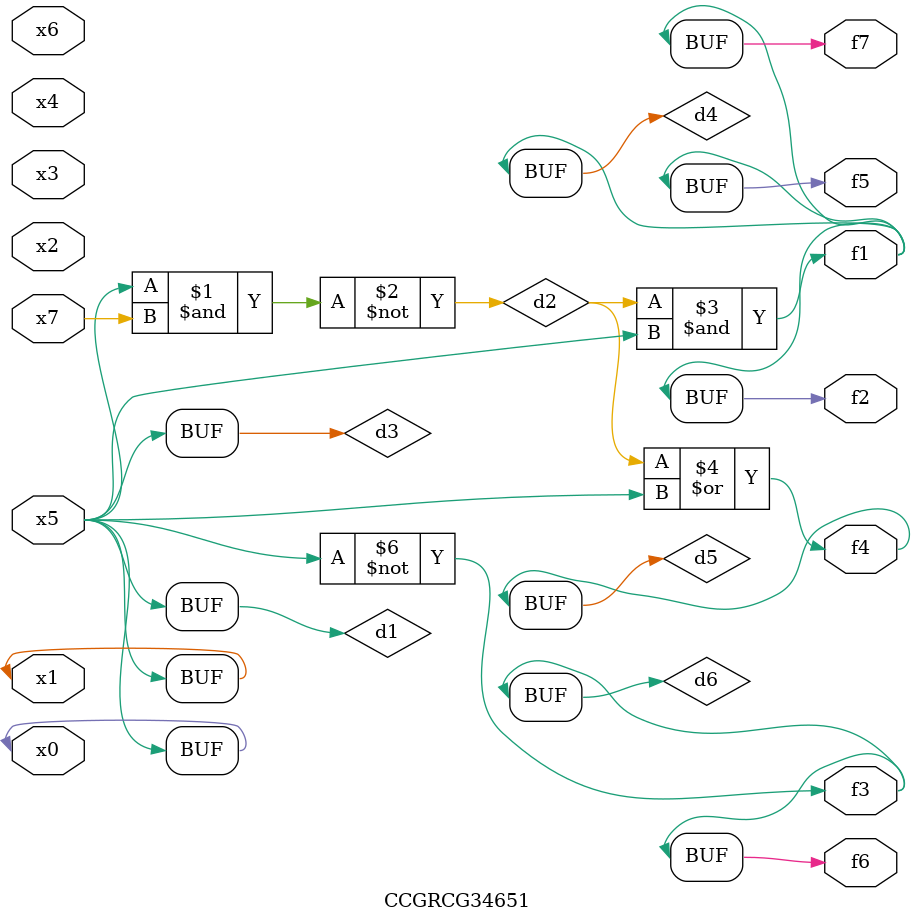
<source format=v>
module CCGRCG34651(
	input x0, x1, x2, x3, x4, x5, x6, x7,
	output f1, f2, f3, f4, f5, f6, f7
);

	wire d1, d2, d3, d4, d5, d6;

	buf (d1, x0, x5);
	nand (d2, x5, x7);
	buf (d3, x0, x1);
	and (d4, d2, d3);
	or (d5, d2, d3);
	nor (d6, d1, d3);
	assign f1 = d4;
	assign f2 = d4;
	assign f3 = d6;
	assign f4 = d5;
	assign f5 = d4;
	assign f6 = d6;
	assign f7 = d4;
endmodule

</source>
